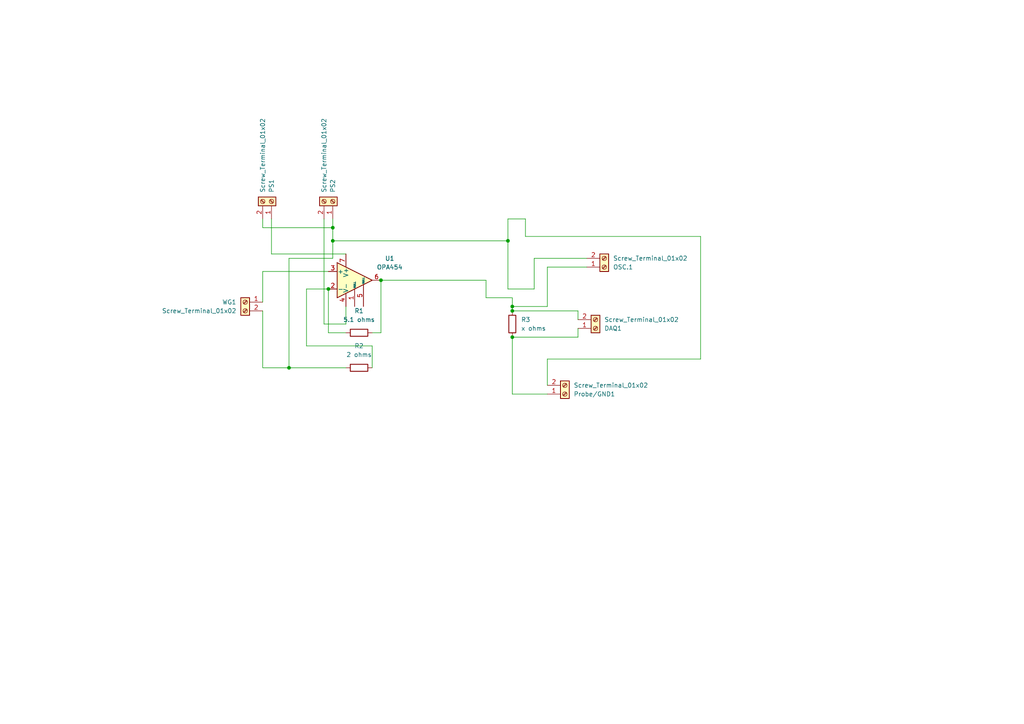
<source format=kicad_sch>
(kicad_sch (version 20231120) (generator "eeschema") (generator_version "8.0")
  (paper "A4")
  (lib_symbols
    (symbol "Amplifier_Operational:LM741" (pin_names (offset 0.127))
      (property "Reference" "U" (at 0 6.35 0))
      (property "Value" "LM741" (at 0 3.81 0))
      (symbol "LM741_0_1"
        (polyline (pts (xy -5.08 5.08) (xy 5.08 0) (xy -5.08 -5.08) (xy -5.08 5.08)) (stroke (width 0.254)) (fill (type background)))
      )
      (symbol "LM741_1_1"
        (pin input line (at 0 -7.62 90) (length 5.08) (name "NULL") (number "1"))
        (pin input line (at -7.62 -2.54 0) (length 2.54) (name "-") (number "2"))
        (pin input line (at -7.62 2.54 0) (length 2.54) (name "+") (number "3"))
        (pin power_in line (at -2.54 -7.62 90) (length 3.81) (name "V-") (number "4"))
        (pin input line (at 2.54 -7.62 90) (length 6.35) (name "NULL") (number "5"))
        (pin output line (at 7.62 0 180) (length 2.54) (name "~") (number "6"))
        (pin power_in line (at -2.54 7.62 270) (length 3.81) (name "V+") (number "7"))
        (pin no_connect line (at 0 2.54 270) (length 2.54) hide (name "NC") (number "8"))
      )
    )
    (symbol "Connector:Screw_Terminal_01x02" (pin_names (offset 1.016) hide)
      (property "Reference" "J" (at 0 2.54 0))
      (property "Value" "Screw_Terminal_01x02" (at 0 -5.08 0))
      (symbol "Screw_Terminal_01x02_1_1"
        (rectangle (start -1.27 1.27) (end 1.27 -3.81) (stroke (width 0.254)) (fill (type background)))
        (circle (center 0 -2.54) (radius 0.635) (stroke (width 0.1524)))
        (polyline (pts (xy -0.5334 -2.2098) (xy 0.3302 -3.048)) (stroke (width 0.1524)))
        (polyline (pts (xy -0.5334 0.3302) (xy 0.3302 -0.508)) (stroke (width 0.1524)))
        (polyline (pts (xy -0.3556 -2.032) (xy 0.508 -2.8702)) (stroke (width 0.1524)))
        (polyline (pts (xy -0.3556 0.508) (xy 0.508 -0.3302)) (stroke (width 0.1524)))
        (circle (center 0 0) (radius 0.635) (stroke (width 0.1524)))
        (pin passive line (at -5.08 0 0) (length 3.81) (name "Pin_1") (number "1"))
        (pin passive line (at -5.08 -2.54 0) (length 3.81) (name "Pin_2") (number "2"))
      )
    )
    (symbol "Device:R" (pin_numbers hide) (pin_names (offset 0))
      (property "Reference" "R" (at 2.032 0 90))
      (property "Value" "R" (at 0 0 90))
      (symbol "R_0_1"
        (rectangle (start -1.016 -2.54) (end 1.016 2.54) (stroke (width 0.254)))
      )
      (symbol "R_1_1"
        (pin passive line (at 0 3.81 270) (length 1.27) (name "~") (number "1"))
        (pin passive line (at 0 -3.81 90) (length 1.27) (name "~") (number "2"))
      )
    )
  )
  (junction (at 96.52 69.85))
  (junction (at 148.59 90.17))
  (junction (at 147.32 69.85))
  (junction (at 148.59 88.9))
  (junction (at 110.49 81.28))
  (junction (at 83.82 106.68))
  (junction (at 96.52 66.04))
  (junction (at 148.59 97.79))
  (junction (at 95.25 83.82))
  (wire (pts (xy 107.95 96.52) (xy 110.49 96.52)))
  (wire (pts (xy 140.97 86.36) (xy 148.59 86.36)))
  (wire (pts (xy 154.94 83.82) (xy 154.94 74.93)))
  (wire (pts (xy 76.2 106.68) (xy 83.82 106.68)))
  (wire (pts (xy 148.59 97.79) (xy 167.64 97.79)))
  (wire (pts (xy 88.9 100.33) (xy 88.9 83.82)))
  (wire (pts (xy 95.25 96.52) (xy 100.33 96.52)))
  (wire (pts (xy 95.25 83.82) (xy 95.25 96.52)))
  (wire (pts (xy 148.59 90.17) (xy 167.64 90.17)))
  (wire (pts (xy 83.82 74.93) (xy 83.82 106.68)))
  (wire (pts (xy 147.32 83.82) (xy 147.32 69.85)))
  (wire (pts (xy 152.4 68.58) (xy 152.4 63.5)))
  (wire (pts (xy 158.75 104.14) (xy 203.2 104.14)))
  (wire (pts (xy 158.75 77.47) (xy 158.75 88.9)))
  (wire (pts (xy 76.2 90.17) (xy 76.2 106.68)))
  (wire (pts (xy 148.59 114.3) (xy 158.75 114.3)))
  (wire (pts (xy 167.64 97.79) (xy 167.64 95.25)))
  (wire (pts (xy 96.52 74.93) (xy 83.82 74.93)))
  (wire (pts (xy 152.4 63.5) (xy 147.32 63.5)))
  (wire (pts (xy 78.74 63.5) (xy 78.74 73.66)))
  (wire (pts (xy 147.32 69.85) (xy 96.52 69.85)))
  (wire (pts (xy 93.98 63.5) (xy 93.98 93.98)))
  (wire (pts (xy 110.49 81.28) (xy 140.97 81.28)))
  (wire (pts (xy 158.75 88.9) (xy 148.59 88.9)))
  (wire (pts (xy 93.98 93.98) (xy 100.33 93.98)))
  (wire (pts (xy 110.49 96.52) (xy 110.49 81.28)))
  (wire (pts (xy 88.9 83.82) (xy 95.25 83.82)))
  (wire (pts (xy 107.95 106.68) (xy 107.95 100.33)))
  (wire (pts (xy 107.95 100.33) (xy 88.9 100.33)))
  (wire (pts (xy 76.2 63.5) (xy 76.2 66.04)))
  (wire (pts (xy 154.94 74.93) (xy 170.18 74.93)))
  (wire (pts (xy 83.82 106.68) (xy 100.33 106.68)))
  (wire (pts (xy 147.32 83.82) (xy 154.94 83.82)))
  (wire (pts (xy 148.59 88.9) (xy 148.59 90.17)))
  (wire (pts (xy 158.75 111.76) (xy 158.75 104.14)))
  (wire (pts (xy 170.18 77.47) (xy 158.75 77.47)))
  (wire (pts (xy 140.97 81.28) (xy 140.97 86.36)))
  (wire (pts (xy 96.52 69.85) (xy 96.52 74.93)))
  (wire (pts (xy 100.33 88.9) (xy 100.33 93.98)))
  (wire (pts (xy 203.2 68.58) (xy 152.4 68.58)))
  (wire (pts (xy 76.2 78.74) (xy 95.25 78.74)))
  (wire (pts (xy 76.2 78.74) (xy 76.2 87.63)))
  (wire (pts (xy 96.52 66.04) (xy 96.52 69.85)))
  (wire (pts (xy 148.59 86.36) (xy 148.59 88.9)))
  (wire (pts (xy 203.2 104.14) (xy 203.2 68.58)))
  (wire (pts (xy 147.32 63.5) (xy 147.32 69.85)))
  (wire (pts (xy 148.59 97.79) (xy 148.59 114.3)))
  (wire (pts (xy 96.52 63.5) (xy 96.52 66.04)))
  (wire (pts (xy 167.64 90.17) (xy 167.64 92.71)))
  (wire (pts (xy 78.74 73.66) (xy 100.33 73.66)))
  (wire (pts (xy 76.2 66.04) (xy 96.52 66.04)))
  (symbol (lib_id "Device:R") (at 148.59 93.98 0) (unit 1)
    (property "Reference" "R3" (at 151.13 92.7099 0) (effects (justify left)))
    (property "Value" "x ohms" (at 151.13 95.2499 0) (effects (justify left)))
    (property "Footprint" "Resistor_THT:R_Axial_DIN0207_L6.3mm_D2.5mm_P7.62mm_Horizontal" (effects (hide yes)))
    (property "Description" "Resistor" (effects (hide yes)))
  )
  (symbol (lib_id "Connector:Screw_Terminal_01x02") (at 71.12 87.63 0) (mirror y) (unit 1)
    (property "Reference" "WG1" (at 68.58 87.6299 0) (effects (justify left)))
    (property "Value" "Screw_Terminal_01x02" (at 68.58 90.1699 0) (effects (justify left)))
    (property "Footprint" "TerminalBlock_Phoenix:TerminalBlock_Phoenix_MPT-0,5-2-2.54_1x02_P2.54mm_Horizontal" (effects (hide yes)))
    (property "Description" "Generic screw terminal, single row, 01x02, script generated (kicad-library-utils/schlib/autogen/connector/)" (effects (hide yes)))
  )
  (symbol (lib_id "Connector:Screw_Terminal_01x02") (at 78.74 58.42 270) (mirror x) (unit 1)
    (property "Reference" "PS1" (at 78.7401 55.88 0) (effects (justify left)))
    (property "Value" "Screw_Terminal_01x02" (at 76.2001 55.88 0) (effects (justify left)))
    (property "Footprint" "TerminalBlock_Phoenix:TerminalBlock_Phoenix_MPT-0,5-2-2.54_1x02_P2.54mm_Horizontal" (effects (hide yes)))
    (property "Description" "Generic screw terminal, single row, 01x02, script generated (kicad-library-utils/schlib/autogen/connector/)" (effects (hide yes)))
  )
  (symbol (lib_id "Amplifier_Operational:LM741") (at 102.87 81.28 0) (unit 1)
    (property "Reference" "U1" (at 113.03 74.9614 0))
    (property "Value" "OPA454" (at 113.03 77.5014 0))
    (property "Footprint" "OPA454AIDDA:VREG_LM5017MR_NOPB" (effects (hide yes)))
    (property "Datasheet" "http://www.ti.com/lit/ds/symlink/lm741.pdf" (effects (hide yes)))
    (property "Description" "Operational Amplifier, DIP-8/TO-99-8" (effects (hide yes)))
  )
  (symbol (lib_id "Connector:Screw_Terminal_01x02") (at 172.72 95.25 0) (mirror x) (unit 1)
    (property "Reference" "DAQ1" (at 175.26 95.2501 0) (effects (justify left)))
    (property "Value" "Screw_Terminal_01x02" (at 175.26 92.7101 0) (effects (justify left)))
    (property "Footprint" "TerminalBlock_Phoenix:TerminalBlock_Phoenix_MPT-0,5-2-2.54_1x02_P2.54mm_Horizontal" (effects (hide yes)))
    (property "Description" "Generic screw terminal, single row, 01x02, script generated (kicad-library-utils/schlib/autogen/connector/)" (effects (hide yes)))
  )
  (symbol (lib_id "Connector:Screw_Terminal_01x02") (at 175.26 77.47 0) (mirror x) (unit 1)
    (property "Reference" "OSC.1" (at 177.8 77.4701 0) (effects (justify left)))
    (property "Value" "Screw_Terminal_01x02" (at 177.8 74.9301 0) (effects (justify left)))
    (property "Footprint" "TerminalBlock_Phoenix:TerminalBlock_Phoenix_MPT-0,5-2-2.54_1x02_P2.54mm_Horizontal" (effects (hide yes)))
    (property "Description" "Generic screw terminal, single row, 01x02, script generated (kicad-library-utils/schlib/autogen/connector/)" (effects (hide yes)))
  )
  (symbol (lib_id "Connector:Screw_Terminal_01x02") (at 96.52 58.42 270) (mirror x) (unit 1)
    (property "Reference" "PS2" (at 96.5201 55.88 0) (effects (justify left)))
    (property "Value" "Screw_Terminal_01x02" (at 93.9801 55.88 0) (effects (justify left)))
    (property "Footprint" "TerminalBlock_Phoenix:TerminalBlock_Phoenix_MPT-0,5-2-2.54_1x02_P2.54mm_Horizontal" (effects (hide yes)))
    (property "Description" "Generic screw terminal, single row, 01x02, script generated (kicad-library-utils/schlib/autogen/connector/)" (effects (hide yes)))
  )
  (symbol (lib_id "Device:R") (at 104.14 96.52 90) (unit 1)
    (property "Reference" "R1" (at 104.14 90.17 90))
    (property "Value" "5.1 ohms" (at 104.14 92.71 90))
    (property "Footprint" "Resistor_THT:R_Axial_DIN0207_L6.3mm_D2.5mm_P7.62mm_Horizontal" (effects (hide yes)))
    (property "Description" "Resistor" (effects (hide yes)))
  )
  (symbol (lib_id "Connector:Screw_Terminal_01x02") (at 163.83 114.3 0) (mirror x) (unit 1)
    (property "Reference" "Probe/GND1" (at 166.37 114.3001 0) (effects (justify left)))
    (property "Value" "Screw_Terminal_01x02" (at 166.37 111.7601 0) (effects (justify left)))
    (property "Footprint" "TerminalBlock_Phoenix:TerminalBlock_Phoenix_MPT-0,5-2-2.54_1x02_P2.54mm_Horizontal" (effects (hide yes)))
    (property "Description" "Generic screw terminal, single row, 01x02, script generated (kicad-library-utils/schlib/autogen/connector/)" (effects (hide yes)))
  )
  (symbol (lib_id "Device:R") (at 104.14 106.68 90) (unit 1)
    (property "Reference" "R2" (at 104.14 100.33 90))
    (property "Value" "2 ohms" (at 104.14 102.87 90))
    (property "Footprint" "Resistor_THT:R_Axial_DIN0207_L6.3mm_D2.5mm_P7.62mm_Horizontal" (effects (hide yes)))
    (property "Description" "Resistor" (effects (hide yes)))
  )
)
</source>
